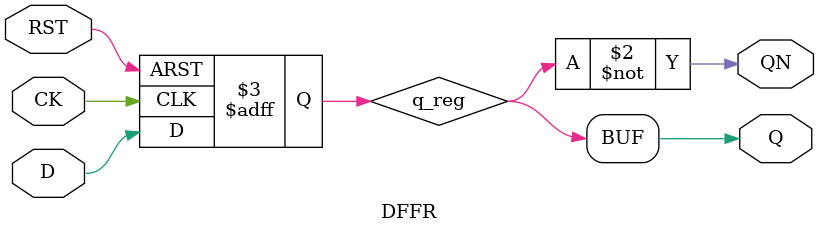
<source format=v>

module DFFR (
    input RST, // Reset input
    input CK, // Clock Input
    input D, // Data Input
    output Q, // Q output
    output QN // QB output
  );
  //------------Internal Variables--------
  reg q_reg;
  
  //-------------Code Starts Here---------
  always @ ( posedge CK or posedge RST)
  if (RST) begin
    q_reg <= 1'b0;
  end else begin
    q_reg <= D;
  end
  
  assign Q = q_reg;
  assign QN = ~q_reg;
  
  endmodule //End Of Module
</source>
